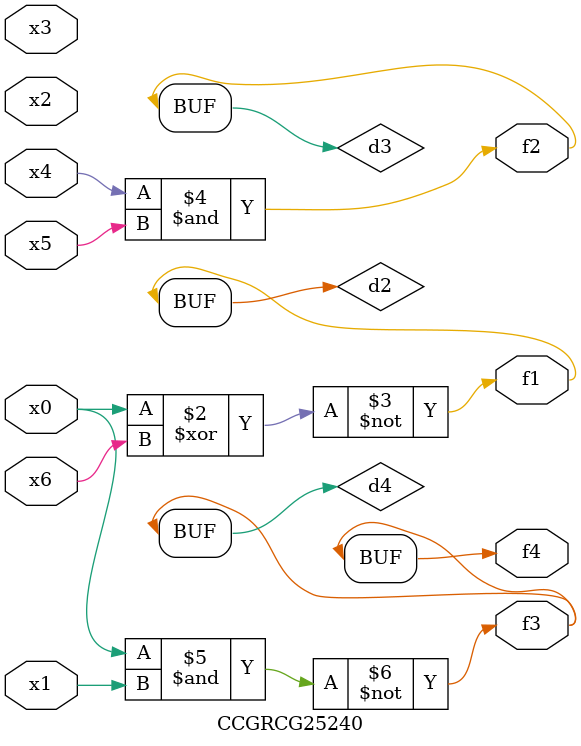
<source format=v>
module CCGRCG25240(
	input x0, x1, x2, x3, x4, x5, x6,
	output f1, f2, f3, f4
);

	wire d1, d2, d3, d4;

	nor (d1, x0);
	xnor (d2, x0, x6);
	and (d3, x4, x5);
	nand (d4, x0, x1);
	assign f1 = d2;
	assign f2 = d3;
	assign f3 = d4;
	assign f4 = d4;
endmodule

</source>
